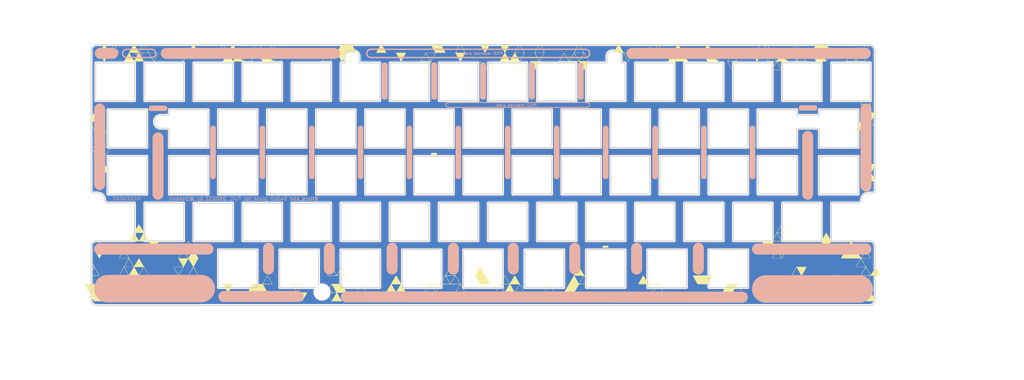
<source format=kicad_pcb>
(kicad_pcb (version 20211014) (generator pcbnew)
  (layers (0 "F.Cu" signal) (31 "B.Cu" signal) (34 "B.Paste" user) (35 "F.Paste" user) (36 "B.SilkS" user "B.Silkscreen") (37 "F.SilkS" user "F.Silkscreen") (38 "B.Mask" user) (39 "F.Mask" user) (44 "Edge.Cuts" user))
  (net 0 "")
  (footprint "locallib:Nora_mask_DN0031_full" (layer "F.Cu") (at 153.4 63.599719)
    (fp_text reference "G***" hide)
    (fp_text value "LOGO" hide)
  )
  (footprint "locallib:Nora_silk_DN0031_full" (layer "F.Cu") (at 160.6 63.599719)
    (fp_text reference "G***" hide)
    (fp_text value "LOGO" hide)
  )
  (footprint "MountingHole:MountingHole_5.3mm_M5" (layer "F.Cu") (at 98.971553 107.624719)
    (fp_text reference "REF**" hide)
    (fp_text value "MountingHole_5.3mm_M5")
    (pad "" np_thru_hole circle locked (at 0 0) (size 5.3 5.3) (drill 5.3) (layers *.Cu *.Mask))
  )
  (gr_line (start 139.8 25) (end 139.8 36.6) (layer "B.SilkS") (width 2))
  (gr_line (start 59.3 48.05) (end 59.3 65.55) (layer "B.SilkS") (width 2))
  (gr_line (start 211.776553 20.759719) (end 296.776553 20.759719) (layer "B.SilkS") (width 4))
  (gr_line (start 157.6 25) (end 157.6 36.6) (layer "B.SilkS") (width 2))
  (gr_line (start 213.5 91.75) (end 213.5 99.25) (layer "B.SilkS") (width 4))
  (gr_line (start 124.5 91.75) (end 124.5 99.25) (layer "B.SilkS") (width 4))
  (gr_arc (start 194.9 19.259719) (mid 196.4 20.759719) (end 194.9 22.259719) (layer "B.SilkS") (width 0.5))
  (gr_line (start 166.6 48.05) (end 166.6 65.55) (layer "B.SilkS") (width 2))
  (gr_line (start 36.875 40.75) (end 41.625 40.75) (layer "B.SilkS") (width 2))
  (gr_arc (start 36.976553 19.259719) (mid 38.476553 20.759719) (end 36.976553 22.259719) (layer "B.SilkS") (width 0.5))
  (gr_line (start 195.499124 38.6) (end 145.1 38.595013) (layer "B.SilkS") (width 0.3))
  (gr_line (start 275.776553 51.009719) (end 275.776553 72.009719) (layer "B.SilkS") (width 4))
  (gr_line (start 297 92) (end 257.5 92) (layer "B.SilkS") (width 4))
  (gr_line (start 130.8 48.05) (end 130.8 65.55) (layer "B.SilkS") (width 2))
  (gr_line (start 101.646553 91.75) (end 101.646553 99.25) (layer "B.SilkS") (width 4))
  (gr_line (start 236 91.75) (end 236 99.25) (layer "B.SilkS") (width 4))
  (gr_line (start 20.975 106.379719) (end 55.025 106.379719) (layer "B.SilkS") (width 10))
  (gr_line (start 18.026553 41.009719) (end 18.026553 68.509719) (layer "B.SilkS") (width 4))
  (gr_line (start 146.8 91.75) (end 146.8 99.25) (layer "B.SilkS") (width 4))
  (gr_line (start 27.876553 22.259719) (end 36.976553 22.259719) (layer "B.SilkS") (width 0.5))
  (gr_arc (start 116.776553 22.259719) (mid 115.276553 20.759719) (end 116.776553 19.259719) (layer "B.SilkS") (width 0.5))
  (gr_line (start 273.525 40.6) (end 278.275 40.6) (layer "B.SilkS") (width 2))
  (gr_line (start 193.2 25) (end 193.2 36.6) (layer "B.SilkS") (width 2))
  (gr_arc (start 145.000588 40.398251) (mid 144.107541 39.444659) (end 145.1 38.595013) (layer "B.SilkS") (width 0.3))
  (gr_line (start 260.5 106.5) (end 294.5 106.5) (layer "B.SilkS") (width 10))
  (gr_line (start 90.25 109.25) (end 63.25 109.25) (layer "B.SilkS") (width 4))
  (gr_line (start 191 91.75) (end 191 99.25) (layer "B.SilkS") (width 4))
  (gr_line (start 238 48.05) (end 238 65.55) (layer "B.SilkS") (width 2))
  (gr_line (start 116.776553 19.259719) (end 194.9 19.259719) (layer "B.SilkS") (width 0.5))
  (gr_line (start 107.846553 109.379719) (end 252 109.5) (layer "B.SilkS") (width 4))
  (gr_line (start 77.276553 48.05) (end 77.276553 65.55) (layer "B.SilkS") (width 2))
  (gr_line (start 121.8 25) (end 121.8 36.6) (layer "B.SilkS") (width 2))
  (gr_line (start 95.25 48.05) (end 95.25 65.55) (layer "B.SilkS") (width 2))
  (gr_line (start 113 48.05) (end 113 65.55) (layer "B.SilkS") (width 2))
  (gr_line (start 116.776553 22.259719) (end 194.9 22.259719) (layer "B.SilkS") (width 0.5))
  (gr_line (start 255.7 48.05) (end 255.7 65.55) (layer "B.SilkS") (width 2))
  (gr_line (start 202.25 48.05) (end 202.25 65.55) (layer "B.SilkS") (width 2))
  (gr_line (start 39.276553 51.509719) (end 39.276553 72.009719) (layer "B.SilkS") (width 4))
  (gr_line (start 168.6 91.75) (end 168.6 99.25) (layer "B.SilkS") (width 4))
  (gr_line (start 145.000588 40.398251) (end 195.450297 40.40001) (layer "B.SilkS") (width 0.3))
  (gr_line (start 42.25 20.759719) (end 103.526553 20.759719) (layer "B.SilkS") (width 4))
  (gr_arc (start 27.876553 22.259719) (mid 26.376553 20.759719) (end 27.876553 19.259719) (layer "B.SilkS") (width 0.5))
  (gr_line (start 297.026553 41.009719) (end 297.026553 69) (layer "B.SilkS") (width 4))
  (gr_line (start 220.25 48.05) (end 220.25 65.55) (layer "B.SilkS") (width 2))
  (gr_line (start 57.5 92) (end 18 92) (layer "B.SilkS") (width 4))
  (gr_line (start 148.6 48.05) (end 148.6 65.55) (layer "B.SilkS") (width 2))
  (gr_arc (start 195.499124 38.6) (mid 196.4 39.525104) (end 195.450297 40.40001) (layer "B.SilkS") (width 0.3))
  (gr_line (start 18.263277 20.75) (end 22.736724 20.75) (layer "B.SilkS") (width 4))
  (gr_line (start 79.5 91.75) (end 79.5 99.25) (layer "B.SilkS") (width 4))
  (gr_line (start 184.4 48.05) (end 184.4 65.55) (layer "B.SilkS") (width 2))
  (gr_line (start 27.876553 19.259719) (end 36.976553 19.259719) (layer "B.SilkS") (width 0.5))
  (gr_line (start 175.4 25) (end 175.4 36.6) (layer "B.SilkS") (width 2))
  (gr_poly (pts (xy 203.146553 91.427219) (xy 201.146553 91.424719) (xy 201.146553 90.799719) (xy 203.146553 90.799719)) (layer "F.SilkS") (width 0.1) (fill solid))
  (gr_poly (pts (xy 140.746553 57.652219) (xy 138.746553 57.649719) (xy 138.746553 57.024719) (xy 140.746553 57.024719)) (layer "F.SilkS") (width 0.1) (fill solid))
  (gr_poly (pts (xy 218.287272 58.200356) (xy 218.287272 72.000282) (xy 204.08729 72.000282) (xy 204.08729 58.200356) (xy 218.287272 58.200356)) (layer "Edge.Cuts") (width 0.352776) (fill none))
  (gr_poly (pts (xy 173.644419 24.200075) (xy 173.644419 38) (xy 159.441965 38) (xy 159.441965 24.200075) (xy 173.644419 24.200075)) (layer "Edge.Cuts") (width 0.352776) (fill none))
  (gr_poly (pts (xy 231.688196 92.206288) (xy 231.688196 106.005856) (xy 217.48823 106.005856) (xy 217.48823 92.206288) (xy 231.688196 92.206288)) (layer "Edge.Cuts") (width 0.352776) (fill none))
  (gr_poly (pts (xy 35.232409 58.200356) (xy 35.232409 72.000282) (xy 21.032433 72.000282) (xy 21.032433 58.200356) (xy 35.232409 58.200356)) (layer "Edge.Cuts") (width 0.352776) (fill none))
  (gr_poly (pts (xy 57.554011 58.200356) (xy 57.554011 72.000282) (xy 43.354037 72.000282) (xy 43.354037 58.200356) (xy 57.554011 58.200356)) (layer "Edge.Cuts") (width 0.352776) (fill none))
  (gr_poly (pts (xy 209.359202 24.200075) (xy 209.359202 38) (xy 195.15922 38) (xy 195.15922 24.200075) (xy 202.699488 24.200075) (xy 202.699488 21.590232) (xy 202.701718 21.50277) (xy 202.708368 21.4159) (xy 202.719376 21.329767) (xy 202.734681 21.244516) (xy 202.754221 21.160292) (xy 202.777934 21.077241) (xy 202.80576 20.995507) (xy 202.837637 20.915237) (xy 202.873503 20.836575) (xy 202.913297 20.759666) (xy 202.956958 20.684655) (xy 203.004423 20.611689) (xy 203.055632 20.540912) (xy 203.110522 20.472468) (xy 203.169034 20.406505) (xy 203.231104 20.343166) (xy 203.296334 20.28283) (xy 203.364258 20.225952) (xy 203.434728 20.172593) (xy 203.507594 20.122812) (xy 203.582706 20.076669) (xy 203.659916 20.034224) (xy 203.739074 19.995536) (xy 203.82003 19.960667) (xy 203.902636 19.929675) (xy 203.986742 19.902622) (xy 204.072197 19.879565) (xy 204.158854 19.860567) (xy 204.246563 19.845686) (xy 204.335174 19.834982) (xy 204.424538 19.828516) (xy 204.514506 19.826348) (xy 206.103068 19.826348) (xy 206.193102 19.828516) (xy 206.282524 19.834982) (xy 206.371184 19.845686) (xy 206.458935 19.860567) (xy 206.545627 19.879565) (xy 206.631111 19.902622) (xy 206.71524 19.929675) (xy 206.797863 19.960667) (xy 206.878833 19.995536) (xy 206.958001 20.034224) (xy 207.035218 20.076669) (xy 207.110336 20.122812) (xy 207.183205 20.172593) (xy 207.253677 20.225952) (xy 207.321603 20.28283) (xy 207.386835 20.343166) (xy 207.448846 20.406505) (xy 207.507313 20.472468) (xy 207.562173 20.540912) (xy 207.613364 20.611689) (xy 207.660823 20.684655) (xy 207.704486 20.759666) (xy 207.74429 20.836575) (xy 207.780173 20.915237) (xy 207.81207 20.995507) (xy 207.839919 21.077241) (xy 207.863657 21.160292) (xy 207.88322 21.244516) (xy 207.898546 21.329767) (xy 207.909571 21.4159) (xy 207.916232 21.50277) (xy 207.918467 21.590232) (xy 207.918467 24.200075) (xy 209.359202 24.200075)) (layer "Edge.Cuts") (width 0.352776) (fill none))
  (gr_poly (pts (xy 209.356714 75.20068) (xy 209.356714 89.000607) (xy 195.156748 89.000607) (xy 195.156748 75.20068) (xy 209.356714 75.20068)) (layer "Edge.Cuts") (width 0.352776) (fill none))
  (gr_poly (pts (xy 254.004877 92.204525) (xy 254.004877 106.004093) (xy 239.804896 106.004093) (xy 239.804896 92.204525) (xy 254.004877 92.204525)) (layer "Edge.Cuts") (width 0.352776) (fill none))
  (gr_poly (pts (xy 271.862818 42.92124) (xy 271.863208 42.937003) (xy 271.864373 42.952657) (xy 271.866301 42.968175) (xy 271.868981 42.983532) (xy 271.872402 42.998701) (xy 271.876555 43.013655) (xy 271.881428 43.028368) (xy 271.887011 43.042814) (xy 271.893292 43.056967) (xy 271.900262 43.0708) (xy 271.907908 43.084287) (xy 271.916222 43.097401) (xy 271.925191 43.110116) (xy 271.934806 43.122405) (xy 271.945054 43.134243) (xy 271.955927 43.145603) (xy 271.967352 43.156475) (xy 271.979246 43.166723) (xy 271.991584 43.176338) (xy 272.00434 43.185309) (xy 272.017489 43.193624) (xy 272.031004 43.201273) (xy 272.04486 43.208245) (xy 272.059031 43.214529) (xy 272.07349 43.220115) (xy 272.088213 43.224991) (xy 272.103173 43.229147) (xy 272.118345 43.232571) (xy 272.133702 43.235253) (xy 272.149218 43.237183) (xy 272.164869 43.238348) (xy 272.180628 43.238739) (xy 279.66305 43.238739) (xy 279.678755 43.238348) (xy 279.694357 43.237183) (xy 279.709832 43.235253) (xy 279.725152 43.232571) (xy 279.740292 43.229147) (xy 279.755225 43.224991) (xy 279.769924 43.220115) (xy 279.784365 43.214529) (xy 279.79852 43.208245) (xy 279.812364 43.201273) (xy 279.82587 43.193624) (xy 279.839011 43.185309) (xy 279.851763 43.176338) (xy 279.864098 43.166723) (xy 279.875991 43.156475) (xy 279.887415 43.145603) (xy 279.898283 43.134243) (xy 279.908529 43.122405) (xy 279.918143 43.110116) (xy 279.927112 43.097401) (xy 279.935427 43.084287) (xy 279.943077 43.0708) (xy 279.95005 43.056967) (xy 279.956335 43.042814) (xy 279.961922 43.028368) (xy 279.9668 43.013655) (xy 279.970957 42.998701) (xy 279.974383 42.983532) (xy 279.977067 42.968175) (xy 279.978997 42.952657) (xy 279.980164 42.937003) (xy 279.980555 42.92124) (xy 279.980555 41.200392) (xy 294.180536 41.200392) (xy 294.180536 54.999966) (xy 279.980555 54.999966) (xy 279.980555 48.370583) (xy 279.980147 48.354155) (xy 279.978932 48.337829) (xy 279.976921 48.321635) (xy 279.974125 48.305601) (xy 279.970556 48.289755) (xy 279.966225 48.274125) (xy 279.961144 48.25874) (xy 279.955324 48.243629) (xy 279.948777 48.228819) (xy 279.941514 48.214339) (xy 279.933546 48.200218) (xy 279.924885 48.186484) (xy 279.915542 48.173166) (xy 279.90553 48.160291) (xy 279.894858 48.147888) (xy 279.883539 48.135986) (xy 279.871575 48.124665) (xy 279.859126 48.113991) (xy 279.846219 48.103977) (xy 279.832881 48.094633) (xy 279.819139 48.085972) (xy 279.805018 48.078005) (xy 279.790547 48.070742) (xy 279.775751 48.064196) (xy 279.760658 48.058378) (xy 279.745294 48.053298) (xy 279.729686 48.048969) (xy 279.713861 48.045401) (xy 279.697845 48.042607) (xy 279.681665 48.040597) (xy 279.665348 48.039382) (xy 279.64892 48.038975) (xy 272.194758 48.038975) (xy 272.178271 48.039382) (xy 272.161902 48.040597) (xy 272.145677 48.042607) (xy 272.129625 48.045401) (xy 272.11377 48.048969) (xy 272.098141 48.053298) (xy 272.082765 48.058378) (xy 272.067667 48.064196) (xy 272.052876 48.070742) (xy 272.038418 48.078005) (xy 272.024319 48.085972) (xy 272.010608 48.094633) (xy 271.99731 48.103977) (xy 271.984453 48.113991) (xy 271.972064 48.124665) (xy 271.960169 48.135986) (xy 271.948786 48.147888) (xy 271.938059 48.160291) (xy 271.927999 48.173166) (xy 271.918616 48.186484) (xy 271.909922 48.200218) (xy 271.901928 48.214339) (xy 271.894643 48.228819) (xy 271.888079 48.243629) (xy 271.882247 48.25874) (xy 271.877157 48.274125) (xy 271.872821 48.289755) (xy 271.869249 48.305601) (xy 271.866451 48.321635) (xy 271.86444 48.337829) (xy 271.863225 48.354155) (xy 271.862818 48.370583) (xy 271.862818 54.999966) (xy 257.662821 54.999966) (xy 257.662821 41.200392) (xy 271.862818 41.200392) (xy 271.862818 42.92124)) (layer "Edge.Cuts") (width 0.352776) (fill none))
  (gr_poly (pts (xy 102.199335 75.20068) (xy 102.199335 89.000607) (xy 87.999361 89.000607) (xy 87.999361 75.20068) (xy 102.199335 75.20068)) (layer "Edge.Cuts") (width 0.352776) (fill none))
  (gr_poly (pts (xy 236.148737 58.200356) (xy 236.148737 72.000282) (xy 221.94874 72.000282) (xy 221.94874 58.200356) (xy 236.148737 58.200356)) (layer "Edge.Cuts") (width 0.352776) (fill none))
  (gr_poly (pts (xy 102.202166 24.200075) (xy 102.202166 38) (xy 88.002192 38) (xy 88.002192 24.200075) (xy 102.202166 24.200075)) (layer "Edge.Cuts") (width 0.352776) (fill none))
  (gr_poly (pts (xy 262.942835 75.20068) (xy 262.942835 89.000607) (xy 248.742838 89.000607) (xy 248.742838 75.20068) (xy 262.942835 75.20068)) (layer "Edge.Cuts") (width 0.352776) (fill none))
  (gr_poly (pts (xy 280.796534 24.200075) (xy 280.796534 38) (xy 266.596522 38) (xy 266.596522 24.200075) (xy 280.796534 24.200075)) (layer "Edge.Cuts") (width 0.352776) (fill none))
  (gr_poly (pts (xy 40.310986 48.038975) (xy 40.187552 48.035849) (xy 40.065729 48.026572) (xy 39.945668 48.011295) (xy 39.82752 47.99017) (xy 39.711437 47.963347) (xy 39.59757 47.930979) (xy 39.486071 47.893217) (xy 39.37709 47.850211) (xy 39.27078 47.802114) (xy 39.167291 47.749077) (xy 39.066774 47.69125) (xy 38.969382 47.628786) (xy 38.875266 47.561836) (xy 38.784576 47.490551) (xy 38.697465 47.415082) (xy 38.614083 47.335581) (xy 38.534582 47.252199) (xy 38.459113 47.165088) (xy 38.387828 47.074398) (xy 38.320878 46.980281) (xy 38.258414 46.882889) (xy 38.200588 46.782373) (xy 38.14755 46.678884) (xy 38.099453 46.572574) (xy 38.056448 46.463593) (xy 38.018686 46.352094) (xy 37.986318 46.238227) (xy 37.959496 46.122144) (xy 37.93837 46.003997) (xy 37.923094 45.883936) (xy 37.913817 45.762113) (xy 37.910691 45.63868) (xy 37.913817 45.515278) (xy 37.923094 45.393485) (xy 37.93837 45.273453) (xy 37.959496 45.155331) (xy 37.986318 45.039273) (xy 38.018686 44.925429) (xy 38.056448 44.813951) (xy 38.099453 44.70499) (xy 38.14755 44.598697) (xy 38.200588 44.495225) (xy 38.258414 44.394724) (xy 38.320878 44.297345) (xy 38.387828 44.203241) (xy 38.459113 44.112563) (xy 38.534582 44.025461) (xy 38.614083 43.942088) (xy 38.697465 43.862595) (xy 38.784576 43.787133) (xy 38.875266 43.715854) (xy 38.969382 43.648908) (xy 39.066774 43.586449) (xy 39.167291 43.528626) (xy 39.27078 43.475592) (xy 39.37709 43.427497) (xy 39.486071 43.384493) (xy 39.59757 43.346732) (xy 39.711437 43.314365) (xy 39.82752 43.287544) (xy 39.945668 43.266419) (xy 40.065729 43.251142) (xy 40.187552 43.241865) (xy 40.310986 43.238739) (xy 43.322287 43.238739) (xy 43.322287 41.200392) (xy 57.534258 41.200392) (xy 57.534258 54.999966) (xy 43.322287 54.999966) (xy 43.322287 48.038975) (xy 40.310986 48.038975)) (layer "Edge.Cuts") (width 0.352776) (fill none))
  (gr_poly (pts (xy 280.801813 75.20068) (xy 280.801813 89.000607) (xy 266.601832 89.000607) (xy 266.601832 75.20068) (xy 280.801813 75.20068)) (layer "Edge.Cuts") (width 0.352776) (fill none))
  (gr_poly (pts (xy 218.287272 41.200392) (xy 218.287272 54.999966) (xy 204.08729 54.999966) (xy 204.08729 41.200392) (xy 218.287272 41.200392)) (layer "Edge.Cuts") (width 0.352776) (fill none))
  (gr_poly (pts (xy 66.484564 24.200075) (xy 66.484564 38) (xy 52.284582 38) (xy 52.284582 24.200075) (xy 66.484564 24.200075)) (layer "Edge.Cuts") (width 0.352776) (fill none))
  (gr_poly (pts (xy 137.921885 24.200075) (xy 137.921885 38) (xy 123.721895 38) (xy 123.721895 24.200075) (xy 137.921885 24.200075)) (layer "Edge.Cuts") (width 0.352776) (fill none))
  (gr_poly (pts (xy 111.130244 41.200392) (xy 111.130244 54.999966) (xy 96.930262 54.999966) (xy 96.930262 41.200392) (xy 111.130244 41.200392)) (layer "Edge.Cuts") (width 0.352776) (fill none))
  (gr_poly (pts (xy 20.968579 75.20068) (xy 20.912733 75.199268) (xy 20.85762 75.195078) (xy 20.803309 75.188178) (xy 20.749868 75.178636) (xy 20.697366 75.16652) (xy 20.645869 75.151899) (xy 20.595447 75.13484) (xy 20.546168 75.115412) (xy 20.498099 75.093683) (xy 20.45131 75.069721) (xy 20.405867 75.043594) (xy 20.36184 75.01537) (xy 20.319296 74.985118) (xy 20.278304 74.952905) (xy 20.238931 74.9188) (xy 20.201246 74.882871) (xy 20.165317 74.845186) (xy 20.131212 74.805813) (xy 20.098999 74.764821) (xy 20.068747 74.722277) (xy 20.040523 74.678249) (xy 20.014396 74.632807) (xy 19.990434 74.586017) (xy 19.968705 74.537948) (xy 19.949277 74.488669) (xy 19.932218 74.438247) (xy 19.917597 74.38675) (xy 19.905481 74.334248) (xy 19.895939 74.280807) (xy 19.889039 74.226496) (xy 19.884849 74.171383) (xy 19.883437 74.115536) (xy 19.883437 74.114826) (xy 19.880281 73.987598) (xy 19.87087 73.861241) (xy 19.85529 73.735965) (xy 19.83363 73.611983) (xy 19.805975 73.489503) (xy 19.772412 73.368736) (xy 19.733029 73.249892) (xy 19.687911 73.133182) (xy 19.637146 73.018816) (xy 19.580821 72.907005) (xy 19.519023 72.797958) (xy 19.451838 72.691886) (xy 19.379352 72.589) (xy 19.301654 72.489509) (xy 19.21883 72.393624) (xy 19.130965 72.301556) (xy 19.038703 72.213893) (xy 18.942633 72.131279) (xy 18.842967 72.053798) (xy 18.739918 71.981536) (xy 18.633695 71.914582) (xy 18.524511 71.853019) (xy 18.412576 71.796936) (xy 18.298103 71.746417) (xy 18.181302 71.70155) (xy 18.062385 71.66242) (xy 17.941564 71.629115) (xy 17.819049 71.601719) (xy 17.695051 71.58032) (xy 17.569783 71.565003) (xy 17.443456 71.555856) (xy 17.316281 71.552963) (xy 15.422221 71.556847) (xy 15.068739 71.410443) (xy 14.922337 71.056961) (xy 14.923395 19.575523) (xy 14.929393 19.418537) (xy 14.947384 19.262257) (xy 14.978428 19.108447) (xy 15.020409 18.956399) (xy 15.075442 18.809291) (xy 15.140353 18.667475) (xy 15.217258 18.530245) (xy 15.304394 18.399365) (xy 15.402466 18.276245) (xy 15.5083 18.160535) (xy 15.624362 18.054349) (xy 15.747482 17.956277) (xy 15.878362 17.869494) (xy 16.01524 17.792236) (xy 16.157409 17.727325) (xy 16.304517 17.672291) (xy 16.456211 17.630311) (xy 16.610374 17.599267) (xy 16.766302 17.581275) (xy 16.923287 17.574219) (xy 298.297785 17.575277) (xy 298.453699 17.581275) (xy 298.609644 17.599267) (xy 298.763788 17.630311) (xy 298.916559 17.672291) (xy 299.062617 17.727325) (xy 299.204767 17.792236) (xy 299.341639 17.869494) (xy 299.472529 17.956277) (xy 299.595637 18.054349) (xy 299.711725 18.160535) (xy 299.81753 18.276245) (xy 299.916681 18.399365) (xy 300.002741 18.530245) (xy 300.079645 18.667475) (xy 300.144556 18.809291) (xy 300.19961 18.956399) (xy 300.241602 19.108447) (xy 300.272639 19.262257) (xy 300.291681 19.418537) (xy 300.297663 19.575523) (xy 300.297663 71.043556) (xy 300.297037 71.068816) (xy 300.295172 71.093903) (xy 300.292084 71.118775) (xy 300.287791 71.14339) (xy 300.282309 71.167709) (xy 300.275655 71.191688) (xy 300.267847 71.215287) (xy 300.258902 71.238464) (xy 300.248836 71.261178) (xy 300.237666 71.283388) (xy 300.225411 71.305053) (xy 300.212085 71.32613) (xy 300.197708 71.346578) (xy 300.182295 71.366357) (xy 300.165864 71.385425) (xy 300.148432 71.40374) (xy 300.13012 71.42117) (xy 300.111056 71.4376) (xy 300.091281 71.453011) (xy 300.070835 71.467388) (xy 300.049761 71.480712) (xy 300.0281 71.492967) (xy 300.005892 71.504136) (xy 299.983179 71.514202) (xy 299.960003 71.523147) (xy 299.936405 71.530955) (xy 299.912426 71.537609) (xy 299.888108 71.543091) (xy 299.863491 71.547385) (xy 299.838617 71.550473) (xy 299.813527 71.552338) (xy 299.788264 71.552963) (xy 297.901606 71.552963) (xy 297.77444 71.556116) (xy 297.648137 71.565514) (xy 297.522907 71.581071) (xy 297.398959 71.602699) (xy 297.276504 71.630312) (xy 297.155751 71.663821) (xy 297.03691 71.70314) (xy 296.920191 71.748181) (xy 296.805804 71.798856) (xy 296.693958 71.855079) (xy 296.584864 71.916762) (xy 296.47873 71.983818) (xy 296.375768 72.05616) (xy 296.276187 72.1337) (xy 296.180197 72.21635) (xy 296.088007 72.304024) (xy 296.000328 72.396217) (xy 295.917672 72.49221) (xy 295.840128 72.591794) (xy 295.767783 72.694759) (xy 295.700723 72.800894) (xy 295.639037 72.90999) (xy 295.582811 73.021838) (xy 295.532133 73.136227) (xy 295.487091 73.252947) (xy 295.44777 73.371789) (xy 295.41426 73.492543) (xy 295.386646 73.615) (xy 295.365017 73.738948) (xy 295.349459 73.864179) (xy 295.340061 73.990483) (xy 295.336909 74.117649) (xy 295.336909 74.122238) (xy 295.335583 74.175727) (xy 295.331632 74.228847) (xy 295.325091 74.281511) (xy 295.315996 74.333633) (xy 295.304384 74.385124) (xy 295.29029 74.435898) (xy 295.27375 74.485866) (xy 295.254801 74.534942) (xy 295.233479 74.583039) (xy 295.20982 74.630068) (xy 295.183859 74.675942) (xy 295.155634 74.720575) (xy 295.12518 74.763879) (xy 295.092534 74.805766) (xy 295.057731 74.846149) (xy 295.020807 74.884941) (xy 294.982081 74.921798) (xy 294.941756 74.956544) (xy 294.899919 74.98914) (xy 294.856658 75.019552) (xy 294.812062 75.047742) (xy 294.766218 75.073673) (xy 294.719213 75.097308) (xy 294.671137 75.118612) (xy 294.622077 75.137547) (xy 294.57212 75.154076) (xy 294.521355 75.168163) (xy 294.469869 75.179771) (xy 294.41775 75.188864) (xy 294.365087 75.195404) (xy 294.311967 75.199355) (xy 294.258478 75.20068) (xy 284.456934 75.20068) (xy 284.456934 89.000607) (xy 298.533777 89.000607) (xy 298.621243 89.002771) (xy 298.708116 89.009226) (xy 298.794252 89.019912) (xy 298.879507 89.03477) (xy 298.963736 89.053742) (xy 299.046794 89.076768) (xy 299.128538 89.103789) (xy 299.208822 89.134748) (xy 299.287503 89.169584) (xy 299.364435 89.208239) (xy 299.439473 89.250654) (xy 299.512475 89.296771) (xy 299.583294 89.34653) (xy 299.651787 89.399872) (xy 299.717808 89.456739) (xy 299.781214 89.517071) (xy 299.841485 89.580472) (xy 299.898305 89.64649) (xy 299.951615 89.714979) (xy 300.001354 89.785797) (xy 300.047461 89.858797) (xy 300.089877 89.933836) (xy 300.12854 90.010768) (xy 300.163389 90.089449) (xy 300.194366 90.169734) (xy 300.221408 90.251479) (xy 300.244456 90.334538) (xy 300.263449 90.418767) (xy 300.278327 90.504022) (xy 300.289029 90.590158) (xy 300.295494 90.677029) (xy 300.297663 90.764492) (xy 300.297663 110.501995) (xy 300.291681 110.657215) (xy 300.272639 110.813152) (xy 300.241602 110.967312) (xy 300.19961 111.119015) (xy 300.144556 111.26717) (xy 300.079645 111.408276) (xy 300.002741 111.545155) (xy 299.916681 111.676045) (xy 299.81753 111.800228) (xy 299.711725 111.916279) (xy 299.595637 112.021053) (xy 299.472529 112.119129) (xy 299.341639 112.206265) (xy 299.204767 112.283169) (xy 299.062617 112.34808) (xy 298.916559 112.404171) (xy 298.763788 112.446156) (xy 298.609644 112.476139) (xy 298.453699 112.494129) (xy 298.297785 112.500126) (xy 16.923287 112.502247) (xy 16.766302 112.494129) (xy 16.610374 112.476139) (xy 16.456211 112.446156) (xy 16.304517 112.404171) (xy 16.157409 112.34808) (xy 16.01524 112.283169) (xy 15.878362 112.206265) (xy 15.747482 112.119129) (xy 15.624362 112.021053) (xy 15.5083 111.916279) (xy 15.402466 111.800228) (xy 15.304394 111.676045) (xy 15.217258 111.545155) (xy 15.140353 111.408276) (xy 15.075442 111.26717) (xy 15.020409 111.119015) (xy 14.978428 110.967312) (xy 14.947384 110.813152) (xy 14.929393 110.657215) (xy 14.922337 110.501995) (xy 14.922337 90.764492) (xy 14.924506 90.677029) (xy 14.930972 90.590158) (xy 14.941675 90.504022) (xy 14.956556 90.418767) (xy 14.975555 90.334538) (xy 14.998611 90.251479) (xy 15.025665 90.169734) (xy 15.056657 90.089449) (xy 15.091526 90.010768) (xy 15.130213 89.933836) (xy 15.172658 89.858797) (xy 15.218802 89.785797) (xy 15.268583 89.714979) (xy 15.321942 89.64649) (xy 15.378819 89.580472) (xy 15.439155 89.517071) (xy 15.502494 89.456739) (xy 15.568458 89.399872) (xy 15.636901 89.34653) (xy 15.707679 89.296771) (xy 15.780645 89.250654) (xy 15.855656 89.208239) (xy 15.932564 89.169584) (xy 16.011227 89.134748) (xy 16.091497 89.103789) (xy 16.173231 89.076768) (xy 16.256282 89.053742) (xy 16.340505 89.03477) (xy 16.425756 89.019912) (xy 16.511889 89.009226) (xy 16.59876 89.002771) (xy 16.686221 89.000607) (xy 30.734501 89.000607) (xy 30.734501 75.20068) (xy 20.968579 75.20068)) (layer "Edge.Cuts") (width 0.352776) (fill none))
  (gr_poly (pts (xy 35.232409 41.200392) (xy 35.232409 54.999966) (xy 21.032433 54.999966) (xy 21.032433 41.200392) (xy 35.232409 41.200392)) (layer "Edge.Cuts") (width 0.352776) (fill none))
  (gr_poly (pts (xy 48.625937 24.200075) (xy 48.625937 38) (xy 34.425959 38) (xy 34.425959 24.200075) (xy 48.625937 24.200075)) (layer "Edge.Cuts") (width 0.352776) (fill none))
  (gr_poly (pts (xy 298.655146 24.200075) (xy 298.655146 38) (xy 284.455164 38) (xy 284.455164 24.200075) (xy 298.655146 24.200075)) (layer "Edge.Cuts") (width 0.352776) (fill none))
  (gr_poly (pts (xy 120.055483 92.202755) (xy 120.055483 106.002331) (xy 105.855524 106.002331) (xy 105.855524 92.202755) (xy 120.055483 92.202755)) (layer "Edge.Cuts") (width 0.352776) (fill none))
  (gr_poly (pts (xy 245.074335 75.20068) (xy 245.074335 89.000607) (xy 230.871515 89.000607) (xy 230.871515 75.20068) (xy 245.074335 75.20068)) (layer "Edge.Cuts") (width 0.352776) (fill none))
  (gr_poly (pts (xy 236.148737 41.200392) (xy 236.148737 54.999966) (xy 221.94874 54.999966) (xy 221.94874 41.200392) (xy 236.148737 41.200392)) (layer "Edge.Cuts") (width 0.352776) (fill none))
  (gr_poly (pts (xy 146.849955 41.200392) (xy 146.849955 54.999966) (xy 132.649988 54.999966) (xy 132.649988 41.200392) (xy 146.849955 41.200392)) (layer "Edge.Cuts") (width 0.352776) (fill none))
  (gr_poly (pts (xy 120.058321 75.20068) (xy 120.058321 89.000607) (xy 105.85834 89.000607) (xy 105.85834 75.20068) (xy 120.058321 75.20068)) (layer "Edge.Cuts") (width 0.352776) (fill none))
  (gr_poly (pts (xy 294.180536 58.200356) (xy 294.180536 72.000282) (xy 279.980555 72.000282) (xy 279.980555 58.200356) (xy 294.180536 58.200356)) (layer "Edge.Cuts") (width 0.352776) (fill none))
  (gr_poly (pts (xy 173.634196 75.20068) (xy 173.634196 89.000607) (xy 159.434199 89.000607) (xy 159.434199 75.20068) (xy 173.634196 75.20068)) (layer "Edge.Cuts") (width 0.352776) (fill none))
  (gr_poly (pts (xy 262.937906 24.200075) (xy 262.937906 38) (xy 248.737925 38) (xy 248.737925 24.200075) (xy 262.937906 24.200075)) (layer "Edge.Cuts") (width 0.352776) (fill none))
  (gr_poly (pts (xy 128.991335 58.200356) (xy 128.991335 72.000282) (xy 114.791353 72.000282) (xy 114.791353 58.200356) (xy 128.991335 58.200356)) (layer "Edge.Cuts") (width 0.352776) (fill none))
  (gr_poly (pts (xy 245.079264 24.200075) (xy 245.079264 38) (xy 230.87681 38) (xy 230.87681 24.200075) (xy 245.079264 24.200075)) (layer "Edge.Cuts") (width 0.352776) (fill none))
  (gr_poly (pts (xy 66.482092 75.20068) (xy 66.482092 89.000607) (xy 52.282114 89.000607) (xy 52.282114 75.20068) (xy 66.482092 75.20068)) (layer "Edge.Cuts") (width 0.352776) (fill none))
  (gr_poly (pts (xy 93.271265 58.200356) (xy 93.271265 72.000282) (xy 79.071291 72.000282) (xy 79.071291 58.200356) (xy 93.271265 58.200356)) (layer "Edge.Cuts") (width 0.352776) (fill none))
  (gr_poly (pts (xy 254.013712 41.200392) (xy 254.013712 54.999966) (xy 239.813715 54.999966) (xy 239.813715 41.200392) (xy 254.013712 41.200392)) (layer "Edge.Cuts") (width 0.352776) (fill none))
  (gr_poly (pts (xy 84.340708 75.20068) (xy 84.340708 89.000607) (xy 70.140738 89.000607) (xy 70.140738 75.20068) (xy 84.340708 75.20068)) (layer "Edge.Cuts") (width 0.352776) (fill none))
  (gr_poly (pts (xy 187.035135 92.204525) (xy 187.035135 106.004093) (xy 172.835154 106.004093) (xy 172.835154 92.204525) (xy 187.035135 92.204525)) (layer "Edge.Cuts") (width 0.352776) (fill none))
  (gr_poly (pts (xy 84.34318 24.200075) (xy 84.34318 38) (xy 70.14321 38) (xy 70.14321 24.200075) (xy 84.34318 24.200075)) (layer "Edge.Cuts") (width 0.352776) (fill none))
  (gr_poly (pts (xy 75.412638 92.202755) (xy 75.412638 106.002331) (xy 61.212664 106.002331) (xy 61.212664 92.202755) (xy 75.412638 92.202755)) (layer "Edge.Cuts") (width 0.352776) (fill none))
  (gr_poly (pts (xy 254.013712 58.200356) (xy 254.013712 72.000282) (xy 239.813715 72.000282) (xy 239.813715 58.200356) (xy 254.013712 58.200356)) (layer "Edge.Cuts") (width 0.352776) (fill none))
  (gr_poly (pts (xy 48.618178 75.20068) (xy 48.618178 89.000607) (xy 34.4182 89.000607) (xy 34.4182 75.20068) (xy 48.618178 75.20068)) (layer "Edge.Cuts") (width 0.352776) (fill none))
  (gr_poly (pts (xy 120.063257 24.200075) (xy 120.063257 38) (xy 105.863283 38) (xy 105.863283 24.200075) (xy 107.29732 24.200075) (xy 107.29732 21.590232) (xy 107.299681 21.499476) (xy 107.306688 21.40991) (xy 107.318229 21.321644) (xy 107.334187 21.23479) (xy 107.354451 21.149459) (xy 107.378905 21.065762) (xy 107.407435 20.983809) (xy 107.439929 20.903711) (xy 107.476271 20.82558) (xy 107.516348 20.749526) (xy 107.560047 20.67566) (xy 107.607252 20.604093) (xy 107.65785 20.534936) (xy 107.711728 20.468299) (xy 107.76877 20.404295) (xy 107.828864 20.343033) (xy 107.891896 20.284625) (xy 107.95775 20.229181) (xy 108.026314 20.176813) (xy 108.097474 20.12763) (xy 108.171115 20.081746) (xy 108.247123 20.039269) (xy 108.325386 20.000311) (xy 108.405788 19.964983) (xy 108.488215 19.933396) (xy 108.572555 19.905661) (xy 108.658692 19.881888) (xy 108.746514 19.862189) (xy 108.835905 19.846675) (xy 108.926753 19.835456) (xy 109.018942 19.828643) (xy 109.11236 19.826348) (xy 110.664568 19.826348) (xy 110.757954 19.828643) (xy 110.850117 19.835456) (xy 110.94094 19.846675) (xy 111.030312 19.862189) (xy 111.118117 19.881888) (xy 111.204241 19.905661) (xy 111.28857 19.933396) (xy 111.370991 19.964983) (xy 111.451388 20.000311) (xy 111.529648 20.039269) (xy 111.605657 20.081746) (xy 111.6793 20.12763) (xy 111.750463 20.176813) (xy 111.819032 20.229181) (xy 111.884894 20.284625) (xy 111.947933 20.343033) (xy 112.008037 20.404295) (xy 112.065089 20.468299) (xy 112.118978 20.534936) (xy 112.169587 20.604093) (xy 112.216804 20.67566) (xy 112.260514 20.749526) (xy 112.300602 20.82558) (xy 112.336956 20.903711) (xy 112.369459 20.983809) (xy 112.398 21.065762) (xy 112.422463 21.149459) (xy 112.442734 21.23479) (xy 112.458699 21.321644) (xy 112.470243 21.40991) (xy 112.477254 21.499476) (xy 112.479616 21.590232) (xy 112.479616 24.200075) (xy 120.063257 24.200075)) (layer "Edge.Cuts") (width 0.352776) (fill none))
  (gr_poly (pts (xy 155.773081 75.20068) (xy 155.773081 89.000607) (xy 141.57313 89.000607) (xy 141.57313 75.20068) (xy 155.773081 75.20068)) (layer "Edge.Cuts") (width 0.352776) (fill none))
  (gr_poly (pts (xy 111.130244 58.200356) (xy 111.130244 72.000282) (xy 96.930262 72.000282) (xy 96.930262 58.200356) (xy 111.130244 58.200356)) (layer "Edge.Cuts") (width 0.352776) (fill none))
  (gr_poly (pts (xy 93.271265 41.200392) (xy 93.271265 54.999966) (xy 79.071291 54.999966) (xy 79.071291 41.200392) (xy 93.271265 41.200392)) (layer "Edge.Cuts") (width 0.352776) (fill none))
  (gr_poly (pts (xy 200.428644 41.200392) (xy 200.428644 54.999966) (xy 186.228678 54.999966) (xy 186.228678 41.200392) (xy 200.428644 41.200392)) (layer "Edge.Cuts") (width 0.352776) (fill none))
  (gr_poly (pts (xy 97.73424 92.202755) (xy 97.73424 106.002331) (xy 83.534266 106.002331) (xy 83.534266 92.202755) (xy 97.73424 92.202755)) (layer "Edge.Cuts") (width 0.352776) (fill none))
  (gr_poly (pts (xy 146.849955 58.200356) (xy 146.849955 72.000282) (xy 132.649988 72.000282) (xy 132.649988 58.200356) (xy 146.849955 58.200356)) (layer "Edge.Cuts") (width 0.352776) (fill none))
  (gr_poly (pts (xy 227.215342 75.20068) (xy 227.215342 89.000607) (xy 213.015391 89.000607) (xy 213.015391 75.20068) (xy 227.215342 75.20068)) (layer "Edge.Cuts") (width 0.352776) (fill none))
  (gr_poly (pts (xy 142.389811 92.204525) (xy 142.389811 106.004093) (xy 128.189821 106.004093) (xy 128.189821 92.204525) (xy 142.389811 92.204525)) (layer "Edge.Cuts") (width 0.352776) (fill none))
  (gr_poly (pts (xy 227.217814 24.200075) (xy 227.217814 38) (xy 213.017847 38) (xy 213.017847 24.200075) (xy 227.217814 24.200075)) (layer "Edge.Cuts") (width 0.352776) (fill none))
  (gr_poly (pts (xy 75.412638 41.200392) (xy 75.412638 54.999966) (xy 61.212664 54.999966) (xy 61.212664 41.200392) (xy 75.412638 41.200392)) (layer "Edge.Cuts") (width 0.352776) (fill none))
  (gr_poly (pts (xy 182.570032 41.200392) (xy 182.570032 54.999966) (xy 168.367594 54.999966) (xy 168.367594 41.200392) (xy 182.570032 41.200392)) (layer "Edge.Cuts") (width 0.352776) (fill none))
  (gr_poly (pts (xy 164.693415 92.201) (xy 164.693415 106.000576) (xy 150.493433 106.000576) (xy 150.493433 92.201) (xy 164.693415 92.201)) (layer "Edge.Cuts") (width 0.352776) (fill none))
  (gr_poly (pts (xy 137.919413 75.20068) (xy 137.919413 89.000607) (xy 123.719431 89.000607) (xy 123.719431 75.20068) (xy 137.919413 75.20068)) (layer "Edge.Cuts") (width 0.352776) (fill none))
  (gr_poly (pts (xy 128.991335 41.200392) (xy 128.991335 54.999966) (xy 114.791353 54.999966) (xy 114.791353 41.200392) (xy 128.991335 41.200392)) (layer "Edge.Cuts") (width 0.352776) (fill none))
  (gr_poly (pts (xy 191.500574 24.200075) (xy 191.500574 38) (xy 177.300608 38) (xy 177.300608 24.200075) (xy 191.500574 24.200075)) (layer "Edge.Cuts") (width 0.352776) (fill none))
  (gr_poly (pts (xy 164.711405 41.200392) (xy 164.711405 54.999966) (xy 150.511423 54.999966) (xy 150.511423 41.200392) (xy 164.711405 41.200392)) (layer "Edge.Cuts") (width 0.352776) (fill none))
  (gr_poly (pts (xy 271.872339 58.200356) (xy 271.872339 72.000282) (xy 257.672343 72.000282) (xy 257.672343 58.200356) (xy 271.872339 58.200356)) (layer "Edge.Cuts") (width 0.352776) (fill none))
  (gr_poly (pts (xy 200.428644 58.200356) (xy 200.428644 72.000282) (xy 186.228678 72.000282) (xy 186.228678 58.200356) (xy 200.428644 58.200356)) (layer "Edge.Cuts") (width 0.352776) (fill none))
  (gr_poly (pts (xy 30.764841 24.200075) (xy 30.764841 38) (xy 16.564866 38) (xy 16.564866 24.200075) (xy 30.764841 24.200075)) (layer "Edge.Cuts") (width 0.352776) (fill none))
  (gr_poly (pts (xy 191.498102 75.20068) (xy 191.498102 89.000607) (xy 177.295664 89.000607) (xy 177.295664 75.20068) (xy 191.498102 75.20068)) (layer "Edge.Cuts") (width 0.352776) (fill none))
  (gr_poly (pts (xy 155.78332 24.200075) (xy 155.78332 38) (xy 141.583353 38) (xy 141.583353 24.200075) (xy 155.78332 24.200075)) (layer "Edge.Cuts") (width 0.352776) (fill none))
  (gr_poly (pts (xy 209.359202 92.204525) (xy 209.359202 106.004093) (xy 195.15922 106.004093) (xy 195.15922 92.204525) (xy 209.359202 92.204525)) (layer "Edge.Cuts") (width 0.352776) (fill none))
  (gr_poly (pts (xy 75.412638 58.200356) (xy 75.412638 72.000282) (xy 61.212664 72.000282) (xy 61.212664 58.200356) (xy 75.412638 58.200356)) (layer "Edge.Cuts") (width 0.352776) (fill none))
  (gr_poly (pts (xy 182.570032 58.200356) (xy 182.570032 72.000282) (xy 168.367594 72.000282) (xy 168.367594 58.200356) (xy 182.570032 58.200356)) (layer "Edge.Cuts") (width 0.352776) (fill none))
  (gr_poly (pts (xy 164.711405 58.200356) (xy 164.711405 72.000282) (xy 150.511423 72.000282) (xy 150.511423 58.200356) (xy 164.711405 58.200356)) (layer "Edge.Cuts") (width 0.352776) (fill none))
  (gr_text "PICO reserved area" (at 177.2 39.6) (layer "B.SilkS") (effects (font (size 1 1)) (justify left mirror)))
  (gr_text "USB" (at 32.426553 20.859719) (layer "B.SilkS") (effects (font (size 1 1)) (justify mirror)))
  (gr_text "JLCJLCJLCJLC" (at 27.946553 73.599719) (layer "B.SilkS") (effects (font (size 1 1)) (justify mirror)))
  (gr_text "#Nora_kbd Switch plate for Full, DN0032 by @jpskenn" (at 97.6 73.6) (layer "B.SilkS") (effects (font (size 1.3 1.3)) (justify left mirror)))
  (gr_text "PICO reserved area" (at 157.526553 20.759719) (layer "B.SilkS") (effects (font (size 1 1)) (justify mirror)))
  (zone (net 0) (net_name "") (layer "F.Cu") (connect_pads (clearance 0.508)) (min_thickness 0.254) (fill yes (thermal_gap 0.508) (thermal_bridge_width 0.508))
    (polygon (pts (xy 351.569582 5.514129) (xy 354.54 136.72) (xy -14.91 138.37) (xy -17.480418 1.314129)))
  )
  (zone (net 0) (net_name "") (layer "B.Cu") (connect_pads (clearance 0.508)) (min_thickness 0.254) (fill yes (thermal_gap 0.508) (thermal_bridge_width 0.508))
    (polygon (pts (xy 350.470133 6.727203) (xy 354.54 137.82) (xy -15.89433 139.683) (xy -18.256775 3.495827)))
  )
)
</source>
